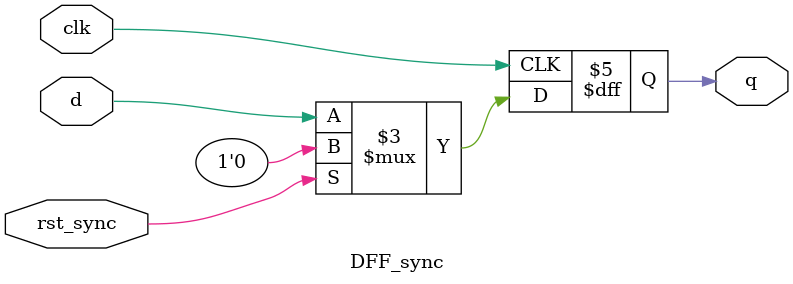
<source format=v>
module DFF_sync (
	input wire clk,
	input wire rst_sync, 
  	input wire d,
   	output reg q
);
	always @(posedge clk) begin
		if (rst_sync)
			q <= 1'b0;
		else
			q <= d;   
	end

endmodule


</source>
